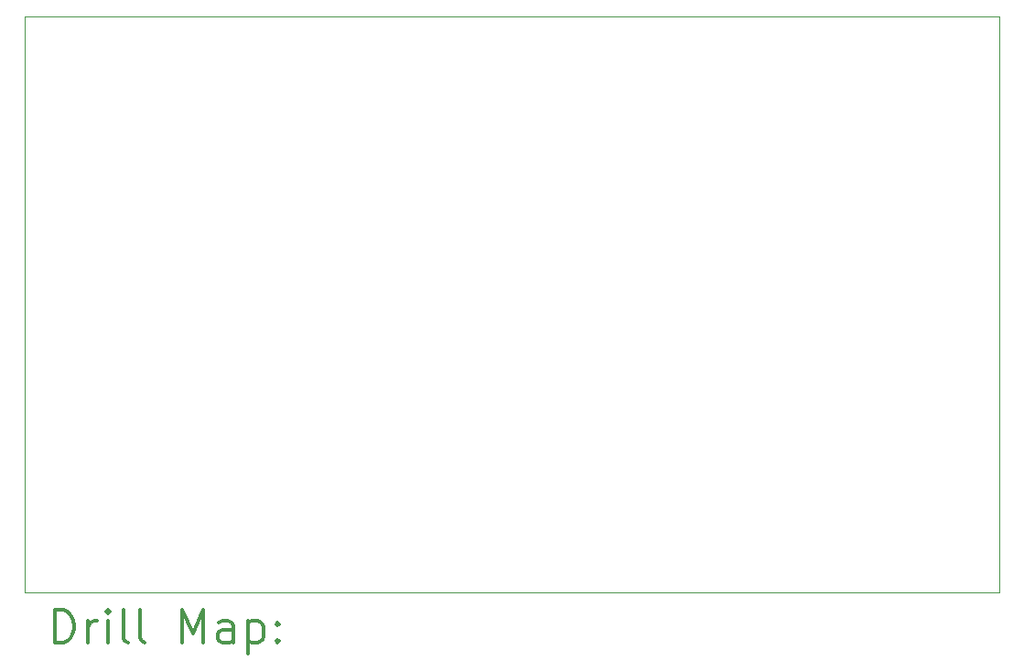
<source format=gbr>
%FSLAX45Y45*%
G04 Gerber Fmt 4.5, Leading zero omitted, Abs format (unit mm)*
G04 Created by KiCad (PCBNEW 5.1.9-73d0e3b20d~88~ubuntu20.04.1) date 2021-08-29 02:07:08*
%MOMM*%
%LPD*%
G01*
G04 APERTURE LIST*
%TA.AperFunction,Profile*%
%ADD10C,0.050000*%
%TD*%
%ADD11C,0.200000*%
%ADD12C,0.300000*%
G04 APERTURE END LIST*
D10*
X7493000Y-5080000D02*
X7493000Y-5207000D01*
X16510000Y-5080000D02*
X7493000Y-5080000D01*
X16510000Y-10414000D02*
X16510000Y-5080000D01*
X7493000Y-10414000D02*
X16510000Y-10414000D01*
X7493000Y-5207000D02*
X7493000Y-10414000D01*
D11*
D12*
X7776928Y-10882214D02*
X7776928Y-10582214D01*
X7848357Y-10582214D01*
X7891214Y-10596500D01*
X7919786Y-10625072D01*
X7934071Y-10653643D01*
X7948357Y-10710786D01*
X7948357Y-10753643D01*
X7934071Y-10810786D01*
X7919786Y-10839357D01*
X7891214Y-10867929D01*
X7848357Y-10882214D01*
X7776928Y-10882214D01*
X8076928Y-10882214D02*
X8076928Y-10682214D01*
X8076928Y-10739357D02*
X8091214Y-10710786D01*
X8105500Y-10696500D01*
X8134071Y-10682214D01*
X8162643Y-10682214D01*
X8262643Y-10882214D02*
X8262643Y-10682214D01*
X8262643Y-10582214D02*
X8248357Y-10596500D01*
X8262643Y-10610786D01*
X8276928Y-10596500D01*
X8262643Y-10582214D01*
X8262643Y-10610786D01*
X8448357Y-10882214D02*
X8419786Y-10867929D01*
X8405500Y-10839357D01*
X8405500Y-10582214D01*
X8605500Y-10882214D02*
X8576928Y-10867929D01*
X8562643Y-10839357D01*
X8562643Y-10582214D01*
X8948357Y-10882214D02*
X8948357Y-10582214D01*
X9048357Y-10796500D01*
X9148357Y-10582214D01*
X9148357Y-10882214D01*
X9419786Y-10882214D02*
X9419786Y-10725072D01*
X9405500Y-10696500D01*
X9376928Y-10682214D01*
X9319786Y-10682214D01*
X9291214Y-10696500D01*
X9419786Y-10867929D02*
X9391214Y-10882214D01*
X9319786Y-10882214D01*
X9291214Y-10867929D01*
X9276928Y-10839357D01*
X9276928Y-10810786D01*
X9291214Y-10782214D01*
X9319786Y-10767929D01*
X9391214Y-10767929D01*
X9419786Y-10753643D01*
X9562643Y-10682214D02*
X9562643Y-10982214D01*
X9562643Y-10696500D02*
X9591214Y-10682214D01*
X9648357Y-10682214D01*
X9676928Y-10696500D01*
X9691214Y-10710786D01*
X9705500Y-10739357D01*
X9705500Y-10825072D01*
X9691214Y-10853643D01*
X9676928Y-10867929D01*
X9648357Y-10882214D01*
X9591214Y-10882214D01*
X9562643Y-10867929D01*
X9834071Y-10853643D02*
X9848357Y-10867929D01*
X9834071Y-10882214D01*
X9819786Y-10867929D01*
X9834071Y-10853643D01*
X9834071Y-10882214D01*
X9834071Y-10696500D02*
X9848357Y-10710786D01*
X9834071Y-10725072D01*
X9819786Y-10710786D01*
X9834071Y-10696500D01*
X9834071Y-10725072D01*
M02*

</source>
